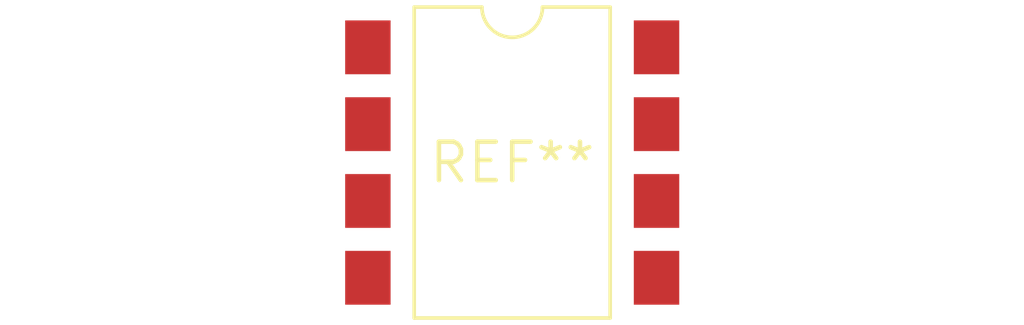
<source format=kicad_pcb>
(kicad_pcb (version 20240108) (generator pcbnew)
  (layers (0 "F.Cu" signal) (31 "B.Cu" signal) (34 "B.Paste" user) (35 "F.Paste" user) (36 "B.SilkS" user "B.Silkscreen") (37 "F.SilkS" user "F.Silkscreen") (38 "B.Mask" user) (39 "F.Mask" user) (44 "Edge.Cuts" user))
  (net 0 "")
  (footprint "SMDIP-8_W9.53mm_Clearance8mm" (layer "F.Cu") (at 0 0)
    (property "Reference" "REF**")
    (property "Value" "SMDIP-8_W9.53mm_Clearance8mm")
    (fp_line (start -3.235 -5.14) (end -3.235 5.14) (layer "F.SilkS") (stroke (width 0.12)))
    (fp_line (start -3.235 5.14) (end 3.235 5.14) (layer "F.SilkS") (stroke (width 0.12)))
    (fp_line (start -1 -5.14) (end -3.235 -5.14) (layer "F.SilkS") (stroke (width 0.12)))
    (fp_line (start 3.235 -5.14) (end 1 -5.14) (layer "F.SilkS") (stroke (width 0.12)))
    (fp_line (start 3.235 5.14) (end 3.235 -5.14) (layer "F.SilkS") (stroke (width 0.12)))
    (fp_arc (start 1 -5.14) (mid 0 -4.14) (end -1 -5.14) (layer "F.SilkS") (stroke (width 0.12)))
    (pad "1" smd rect (at -4.765 -3.81) (size 1.5 1.78) (layers "F.Cu" "F.Paste" "F.Mask"))
    (pad "2" smd rect (at -4.765 -1.27) (size 1.5 1.78) (layers "F.Cu" "F.Paste" "F.Mask"))
    (pad "3" smd rect (at -4.765 1.27) (size 1.5 1.78) (layers "F.Cu" "F.Paste" "F.Mask"))
    (pad "4" smd rect (at -4.765 3.81) (size 1.5 1.78) (layers "F.Cu" "F.Paste" "F.Mask"))
    (pad "5" smd rect (at 4.765 3.81) (size 1.5 1.78) (layers "F.Cu" "F.Paste" "F.Mask"))
    (pad "6" smd rect (at 4.765 1.27) (size 1.5 1.78) (layers "F.Cu" "F.Paste" "F.Mask"))
    (pad "7" smd rect (at 4.765 -1.27) (size 1.5 1.78) (layers "F.Cu" "F.Paste" "F.Mask"))
    (pad "8" smd rect (at 4.765 -3.81) (size 1.5 1.78) (layers "F.Cu" "F.Paste" "F.Mask"))
  )
)
</source>
